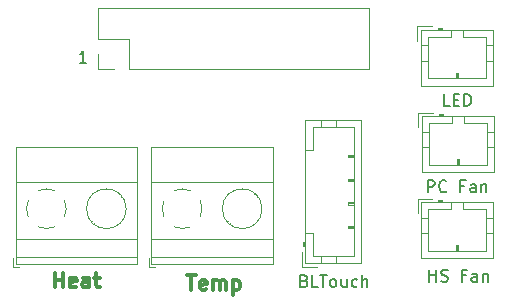
<source format=gbr>
%TF.GenerationSoftware,KiCad,Pcbnew,(6.0.11-0)*%
%TF.CreationDate,2023-03-20T11:34:52+11:00*%
%TF.ProjectId,AD3 Breakout Board,41443320-4272-4656-916b-6f757420426f,rev?*%
%TF.SameCoordinates,PXb71b00PY2781868*%
%TF.FileFunction,Legend,Top*%
%TF.FilePolarity,Positive*%
%FSLAX46Y46*%
G04 Gerber Fmt 4.6, Leading zero omitted, Abs format (unit mm)*
G04 Created by KiCad (PCBNEW (6.0.11-0)) date 2023-03-20 11:34:52*
%MOMM*%
%LPD*%
G01*
G04 APERTURE LIST*
%ADD10C,0.150000*%
%ADD11C,0.300000*%
%ADD12C,0.120000*%
G04 APERTURE END LIST*
D10*
X37807142Y16322620D02*
X37330952Y16322620D01*
X37330952Y17322620D01*
X38140476Y16846429D02*
X38473809Y16846429D01*
X38616666Y16322620D02*
X38140476Y16322620D01*
X38140476Y17322620D01*
X38616666Y17322620D01*
X39045238Y16322620D02*
X39045238Y17322620D01*
X39283333Y17322620D01*
X39426190Y17275000D01*
X39521428Y17179762D01*
X39569047Y17084524D01*
X39616666Y16894048D01*
X39616666Y16751191D01*
X39569047Y16560715D01*
X39521428Y16465477D01*
X39426190Y16370239D01*
X39283333Y16322620D01*
X39045238Y16322620D01*
X7035714Y19997620D02*
X6464285Y19997620D01*
X6750000Y19997620D02*
X6750000Y20997620D01*
X6654761Y20854762D01*
X6559523Y20759524D01*
X6464285Y20711905D01*
D11*
X15583333Y1984524D02*
X16297619Y1984524D01*
X15940476Y734524D02*
X15940476Y1984524D01*
X17190476Y794048D02*
X17071428Y734524D01*
X16833333Y734524D01*
X16714285Y794048D01*
X16654761Y913096D01*
X16654761Y1389286D01*
X16714285Y1508334D01*
X16833333Y1567858D01*
X17071428Y1567858D01*
X17190476Y1508334D01*
X17250000Y1389286D01*
X17250000Y1270239D01*
X16654761Y1151191D01*
X17785714Y734524D02*
X17785714Y1567858D01*
X17785714Y1448810D02*
X17845238Y1508334D01*
X17964285Y1567858D01*
X18142857Y1567858D01*
X18261904Y1508334D01*
X18321428Y1389286D01*
X18321428Y734524D01*
X18321428Y1389286D02*
X18380952Y1508334D01*
X18500000Y1567858D01*
X18678571Y1567858D01*
X18797619Y1508334D01*
X18857142Y1389286D01*
X18857142Y734524D01*
X19452380Y1567858D02*
X19452380Y317858D01*
X19452380Y1508334D02*
X19571428Y1567858D01*
X19809523Y1567858D01*
X19928571Y1508334D01*
X19988095Y1448810D01*
X20047619Y1329762D01*
X20047619Y972620D01*
X19988095Y853572D01*
X19928571Y794048D01*
X19809523Y734524D01*
X19571428Y734524D01*
X19452380Y794048D01*
D10*
X25500000Y1521429D02*
X25642857Y1473810D01*
X25690476Y1426191D01*
X25738095Y1330953D01*
X25738095Y1188096D01*
X25690476Y1092858D01*
X25642857Y1045239D01*
X25547619Y997620D01*
X25166666Y997620D01*
X25166666Y1997620D01*
X25500000Y1997620D01*
X25595238Y1950000D01*
X25642857Y1902381D01*
X25690476Y1807143D01*
X25690476Y1711905D01*
X25642857Y1616667D01*
X25595238Y1569048D01*
X25500000Y1521429D01*
X25166666Y1521429D01*
X26642857Y997620D02*
X26166666Y997620D01*
X26166666Y1997620D01*
X26833333Y1997620D02*
X27404761Y1997620D01*
X27119047Y997620D02*
X27119047Y1997620D01*
X27880952Y997620D02*
X27785714Y1045239D01*
X27738095Y1092858D01*
X27690476Y1188096D01*
X27690476Y1473810D01*
X27738095Y1569048D01*
X27785714Y1616667D01*
X27880952Y1664286D01*
X28023809Y1664286D01*
X28119047Y1616667D01*
X28166666Y1569048D01*
X28214285Y1473810D01*
X28214285Y1188096D01*
X28166666Y1092858D01*
X28119047Y1045239D01*
X28023809Y997620D01*
X27880952Y997620D01*
X29071428Y1664286D02*
X29071428Y997620D01*
X28642857Y1664286D02*
X28642857Y1140477D01*
X28690476Y1045239D01*
X28785714Y997620D01*
X28928571Y997620D01*
X29023809Y1045239D01*
X29071428Y1092858D01*
X29976190Y1045239D02*
X29880952Y997620D01*
X29690476Y997620D01*
X29595238Y1045239D01*
X29547619Y1092858D01*
X29500000Y1188096D01*
X29500000Y1473810D01*
X29547619Y1569048D01*
X29595238Y1616667D01*
X29690476Y1664286D01*
X29880952Y1664286D01*
X29976190Y1616667D01*
X30404761Y997620D02*
X30404761Y1997620D01*
X30833333Y997620D02*
X30833333Y1521429D01*
X30785714Y1616667D01*
X30690476Y1664286D01*
X30547619Y1664286D01*
X30452380Y1616667D01*
X30404761Y1569048D01*
D11*
X4384523Y959524D02*
X4384523Y2209524D01*
X4384523Y1614286D02*
X5098809Y1614286D01*
X5098809Y959524D02*
X5098809Y2209524D01*
X6170238Y1019048D02*
X6051190Y959524D01*
X5813095Y959524D01*
X5694047Y1019048D01*
X5634523Y1138096D01*
X5634523Y1614286D01*
X5694047Y1733334D01*
X5813095Y1792858D01*
X6051190Y1792858D01*
X6170238Y1733334D01*
X6229761Y1614286D01*
X6229761Y1495239D01*
X5634523Y1376191D01*
X7301190Y959524D02*
X7301190Y1614286D01*
X7241666Y1733334D01*
X7122619Y1792858D01*
X6884523Y1792858D01*
X6765476Y1733334D01*
X7301190Y1019048D02*
X7182142Y959524D01*
X6884523Y959524D01*
X6765476Y1019048D01*
X6705952Y1138096D01*
X6705952Y1257143D01*
X6765476Y1376191D01*
X6884523Y1435715D01*
X7182142Y1435715D01*
X7301190Y1495239D01*
X7717857Y1792858D02*
X8194047Y1792858D01*
X7896428Y2209524D02*
X7896428Y1138096D01*
X7955952Y1019048D01*
X8075000Y959524D01*
X8194047Y959524D01*
D10*
X36073809Y1447620D02*
X36073809Y2447620D01*
X36073809Y1971429D02*
X36645238Y1971429D01*
X36645238Y1447620D02*
X36645238Y2447620D01*
X37073809Y1495239D02*
X37216666Y1447620D01*
X37454761Y1447620D01*
X37550000Y1495239D01*
X37597619Y1542858D01*
X37645238Y1638096D01*
X37645238Y1733334D01*
X37597619Y1828572D01*
X37550000Y1876191D01*
X37454761Y1923810D01*
X37264285Y1971429D01*
X37169047Y2019048D01*
X37121428Y2066667D01*
X37073809Y2161905D01*
X37073809Y2257143D01*
X37121428Y2352381D01*
X37169047Y2400000D01*
X37264285Y2447620D01*
X37502380Y2447620D01*
X37645238Y2400000D01*
X39169047Y1971429D02*
X38835714Y1971429D01*
X38835714Y1447620D02*
X38835714Y2447620D01*
X39311904Y2447620D01*
X40121428Y1447620D02*
X40121428Y1971429D01*
X40073809Y2066667D01*
X39978571Y2114286D01*
X39788095Y2114286D01*
X39692857Y2066667D01*
X40121428Y1495239D02*
X40026190Y1447620D01*
X39788095Y1447620D01*
X39692857Y1495239D01*
X39645238Y1590477D01*
X39645238Y1685715D01*
X39692857Y1780953D01*
X39788095Y1828572D01*
X40026190Y1828572D01*
X40121428Y1876191D01*
X40597619Y2114286D02*
X40597619Y1447620D01*
X40597619Y2019048D02*
X40645238Y2066667D01*
X40740476Y2114286D01*
X40883333Y2114286D01*
X40978571Y2066667D01*
X41026190Y1971429D01*
X41026190Y1447620D01*
X35948809Y9022620D02*
X35948809Y10022620D01*
X36329761Y10022620D01*
X36425000Y9975000D01*
X36472619Y9927381D01*
X36520238Y9832143D01*
X36520238Y9689286D01*
X36472619Y9594048D01*
X36425000Y9546429D01*
X36329761Y9498810D01*
X35948809Y9498810D01*
X37520238Y9117858D02*
X37472619Y9070239D01*
X37329761Y9022620D01*
X37234523Y9022620D01*
X37091666Y9070239D01*
X36996428Y9165477D01*
X36948809Y9260715D01*
X36901190Y9451191D01*
X36901190Y9594048D01*
X36948809Y9784524D01*
X36996428Y9879762D01*
X37091666Y9975000D01*
X37234523Y10022620D01*
X37329761Y10022620D01*
X37472619Y9975000D01*
X37520238Y9927381D01*
X39044047Y9546429D02*
X38710714Y9546429D01*
X38710714Y9022620D02*
X38710714Y10022620D01*
X39186904Y10022620D01*
X39996428Y9022620D02*
X39996428Y9546429D01*
X39948809Y9641667D01*
X39853571Y9689286D01*
X39663095Y9689286D01*
X39567857Y9641667D01*
X39996428Y9070239D02*
X39901190Y9022620D01*
X39663095Y9022620D01*
X39567857Y9070239D01*
X39520238Y9165477D01*
X39520238Y9260715D01*
X39567857Y9355953D01*
X39663095Y9403572D01*
X39901190Y9403572D01*
X39996428Y9451191D01*
X40472619Y9689286D02*
X40472619Y9022620D01*
X40472619Y9594048D02*
X40520238Y9641667D01*
X40615476Y9689286D01*
X40758333Y9689286D01*
X40853571Y9641667D01*
X40901190Y9546429D01*
X40901190Y9022620D01*
D12*
%TO.C,J3*%
X21510000Y8689000D02*
X21463000Y8643000D01*
X22835000Y12881000D02*
X22835000Y2960000D01*
X12555000Y3520000D02*
X22835000Y3520000D01*
X21305000Y8895000D02*
X21270000Y8859000D01*
X12555000Y12881000D02*
X12555000Y2960000D01*
X19201000Y6381000D02*
X19166000Y6346000D01*
X12555000Y9921000D02*
X22835000Y9921000D01*
X12555000Y12881000D02*
X22835000Y12881000D01*
X19008000Y6597000D02*
X18961000Y6551000D01*
X12315000Y3460000D02*
X12315000Y2720000D01*
X12555000Y2960000D02*
X22835000Y2960000D01*
X12315000Y2720000D02*
X12815000Y2720000D01*
X12555000Y5020000D02*
X22835000Y5020000D01*
X16690001Y6936000D02*
G75*
G03*
X16690427Y8303042I-1535001J684000D01*
G01*
X14471000Y6085000D02*
G75*
G03*
X15183805Y5939747I683999J1535001D01*
G01*
X15155000Y5940000D02*
G75*
G03*
X15838318Y6085244I0J1680000D01*
G01*
X13620000Y8304000D02*
G75*
G03*
X13619573Y6936958I1534993J-684001D01*
G01*
X15839000Y9155000D02*
G75*
G03*
X14471958Y9155427I-684001J-1534993D01*
G01*
X21915000Y7620000D02*
G75*
G03*
X21915000Y7620000I-1680000J0D01*
G01*
%TO.C,J5*%
X37125000Y22860000D02*
X36825000Y22860000D01*
X38925000Y22150000D02*
X38925000Y22760000D01*
X35365000Y21450000D02*
X35975000Y21450000D01*
X37925000Y22150000D02*
X35975000Y22150000D01*
X35365000Y22760000D02*
X35365000Y18040000D01*
X35065000Y23060000D02*
X35065000Y21810000D01*
X38325000Y19150000D02*
X38525000Y19150000D01*
X35365000Y18040000D02*
X41485000Y18040000D01*
X35975000Y18650000D02*
X40875000Y18650000D01*
X37125000Y22960000D02*
X36825000Y22960000D01*
X41485000Y21450000D02*
X40875000Y21450000D01*
X41485000Y18040000D02*
X41485000Y22760000D01*
X41485000Y22760000D02*
X35365000Y22760000D01*
X37125000Y22760000D02*
X37125000Y22960000D01*
X41485000Y20150000D02*
X40875000Y20150000D01*
X36315000Y23060000D02*
X35065000Y23060000D01*
X38325000Y18650000D02*
X38325000Y19150000D01*
X38525000Y19150000D02*
X38525000Y18650000D01*
X37925000Y22760000D02*
X37925000Y22150000D01*
X35365000Y20150000D02*
X35975000Y20150000D01*
X40875000Y22150000D02*
X38925000Y22150000D01*
X35975000Y22150000D02*
X35975000Y18650000D01*
X40875000Y18650000D02*
X40875000Y22150000D01*
X38425000Y18650000D02*
X38425000Y19150000D01*
X36825000Y22960000D02*
X36825000Y22760000D01*
%TO.C,J7*%
X41510000Y8185000D02*
X35390000Y8185000D01*
X41510000Y5575000D02*
X40900000Y5575000D01*
X35390000Y8185000D02*
X35390000Y3465000D01*
X37150000Y8385000D02*
X36850000Y8385000D01*
X38950000Y7575000D02*
X38950000Y8185000D01*
X38550000Y4575000D02*
X38550000Y4075000D01*
X37150000Y8285000D02*
X36850000Y8285000D01*
X38350000Y4575000D02*
X38550000Y4575000D01*
X37150000Y8185000D02*
X37150000Y8385000D01*
X37950000Y7575000D02*
X36000000Y7575000D01*
X40900000Y7575000D02*
X38950000Y7575000D01*
X35090000Y8485000D02*
X35090000Y7235000D01*
X38450000Y4075000D02*
X38450000Y4575000D01*
X41510000Y6875000D02*
X40900000Y6875000D01*
X41510000Y3465000D02*
X41510000Y8185000D01*
X35390000Y3465000D02*
X41510000Y3465000D01*
X36000000Y4075000D02*
X40900000Y4075000D01*
X36340000Y8485000D02*
X35090000Y8485000D01*
X36850000Y8385000D02*
X36850000Y8185000D01*
X40900000Y4075000D02*
X40900000Y7575000D01*
X35390000Y5575000D02*
X36000000Y5575000D01*
X37950000Y8185000D02*
X37950000Y7575000D01*
X38350000Y4075000D02*
X38350000Y4575000D01*
X36000000Y7575000D02*
X36000000Y4075000D01*
X35390000Y6875000D02*
X36000000Y6875000D01*
%TO.C,J2*%
X815000Y3460000D02*
X815000Y2720000D01*
X9805000Y8895000D02*
X9770000Y8859000D01*
X815000Y2720000D02*
X1315000Y2720000D01*
X7701000Y6381000D02*
X7666000Y6346000D01*
X1055000Y5020000D02*
X11335000Y5020000D01*
X1055000Y9921000D02*
X11335000Y9921000D01*
X7508000Y6597000D02*
X7461000Y6551000D01*
X1055000Y12881000D02*
X11335000Y12881000D01*
X11335000Y12881000D02*
X11335000Y2960000D01*
X1055000Y2960000D02*
X11335000Y2960000D01*
X1055000Y12881000D02*
X1055000Y2960000D01*
X10010000Y8689000D02*
X9963000Y8643000D01*
X1055000Y3520000D02*
X11335000Y3520000D01*
X4339000Y9155000D02*
G75*
G03*
X2971958Y9155427I-684001J-1534993D01*
G01*
X2120000Y8304000D02*
G75*
G03*
X2119573Y6936958I1534993J-684001D01*
G01*
X2971000Y6085000D02*
G75*
G03*
X3683805Y5939747I683999J1535001D01*
G01*
X5190001Y6936000D02*
G75*
G03*
X5190427Y8303042I-1535001J684000D01*
G01*
X3655000Y5940000D02*
G75*
G03*
X4338318Y6085244I0J1680000D01*
G01*
X10415000Y7620000D02*
G75*
G03*
X10415000Y7620000I-1680000J0D01*
G01*
%TO.C,J4*%
X38025000Y14850000D02*
X36075000Y14850000D01*
X37225000Y15460000D02*
X37225000Y15660000D01*
X38425000Y11850000D02*
X38625000Y11850000D01*
X36075000Y11350000D02*
X40975000Y11350000D01*
X38625000Y11850000D02*
X38625000Y11350000D01*
X35465000Y14150000D02*
X36075000Y14150000D01*
X38425000Y11350000D02*
X38425000Y11850000D01*
X37225000Y15660000D02*
X36925000Y15660000D01*
X35165000Y15760000D02*
X35165000Y14510000D01*
X40975000Y14850000D02*
X39025000Y14850000D01*
X38525000Y11350000D02*
X38525000Y11850000D01*
X36075000Y14850000D02*
X36075000Y11350000D01*
X35465000Y10740000D02*
X41585000Y10740000D01*
X36925000Y15660000D02*
X36925000Y15460000D01*
X40975000Y11350000D02*
X40975000Y14850000D01*
X36415000Y15760000D02*
X35165000Y15760000D01*
X35465000Y12850000D02*
X36075000Y12850000D01*
X35465000Y15460000D02*
X35465000Y10740000D01*
X41585000Y15460000D02*
X35465000Y15460000D01*
X38025000Y15460000D02*
X38025000Y14850000D01*
X41585000Y10740000D02*
X41585000Y15460000D01*
X39025000Y14850000D02*
X39025000Y15460000D01*
X41585000Y12850000D02*
X40975000Y12850000D01*
X41585000Y14150000D02*
X40975000Y14150000D01*
X37225000Y15560000D02*
X36925000Y15560000D01*
%TO.C,J1*%
X8020000Y19420000D02*
X8020000Y20750000D01*
X10620000Y22020000D02*
X8020000Y22020000D01*
X10620000Y19420000D02*
X31000000Y19420000D01*
X31000000Y19420000D02*
X31000000Y24620000D01*
X10620000Y19420000D02*
X10620000Y22020000D01*
X9350000Y19420000D02*
X8020000Y19420000D01*
X8020000Y24620000D02*
X31000000Y24620000D01*
X8020000Y22020000D02*
X8020000Y24620000D01*
%TO.C,J6*%
X28200000Y15135000D02*
X28200000Y14525000D01*
X26900000Y15135000D02*
X26900000Y14525000D01*
X29700000Y12075000D02*
X29200000Y12075000D01*
X29700000Y5975000D02*
X29200000Y5975000D01*
X29200000Y12175000D02*
X29700000Y12175000D01*
X29700000Y6075000D02*
X29200000Y6075000D01*
X29200000Y7975000D02*
X29200000Y8175000D01*
X30310000Y3015000D02*
X30310000Y15135000D01*
X29700000Y14525000D02*
X26200000Y14525000D01*
X25590000Y5575000D02*
X26200000Y5575000D01*
X26900000Y3015000D02*
X26900000Y3625000D01*
X29700000Y11975000D02*
X29200000Y11975000D01*
X28200000Y3015000D02*
X28200000Y3625000D01*
X29200000Y10175000D02*
X29700000Y10175000D01*
X29200000Y6175000D02*
X29700000Y6175000D01*
X25390000Y4475000D02*
X25590000Y4475000D01*
X29200000Y8175000D02*
X29700000Y8175000D01*
X29200000Y11975000D02*
X29200000Y12175000D01*
X25490000Y4775000D02*
X25490000Y4475000D01*
X26200000Y14525000D02*
X26200000Y12575000D01*
X30310000Y15135000D02*
X25590000Y15135000D01*
X29200000Y9975000D02*
X29200000Y10175000D01*
X29700000Y8075000D02*
X29200000Y8075000D01*
X26200000Y5575000D02*
X26200000Y3625000D01*
X25590000Y3015000D02*
X30310000Y3015000D01*
X29200000Y5975000D02*
X29200000Y6175000D01*
X25290000Y2715000D02*
X26540000Y2715000D01*
X26200000Y12575000D02*
X25590000Y12575000D01*
X25290000Y3965000D02*
X25290000Y2715000D01*
X26200000Y3625000D02*
X29700000Y3625000D01*
X25390000Y4775000D02*
X25390000Y4475000D01*
X29700000Y9975000D02*
X29200000Y9975000D01*
X25590000Y15135000D02*
X25590000Y3015000D01*
X25590000Y4775000D02*
X25390000Y4775000D01*
X29700000Y10075000D02*
X29200000Y10075000D01*
X29700000Y7975000D02*
X29200000Y7975000D01*
X29700000Y3625000D02*
X29700000Y14525000D01*
%TD*%
M02*

</source>
